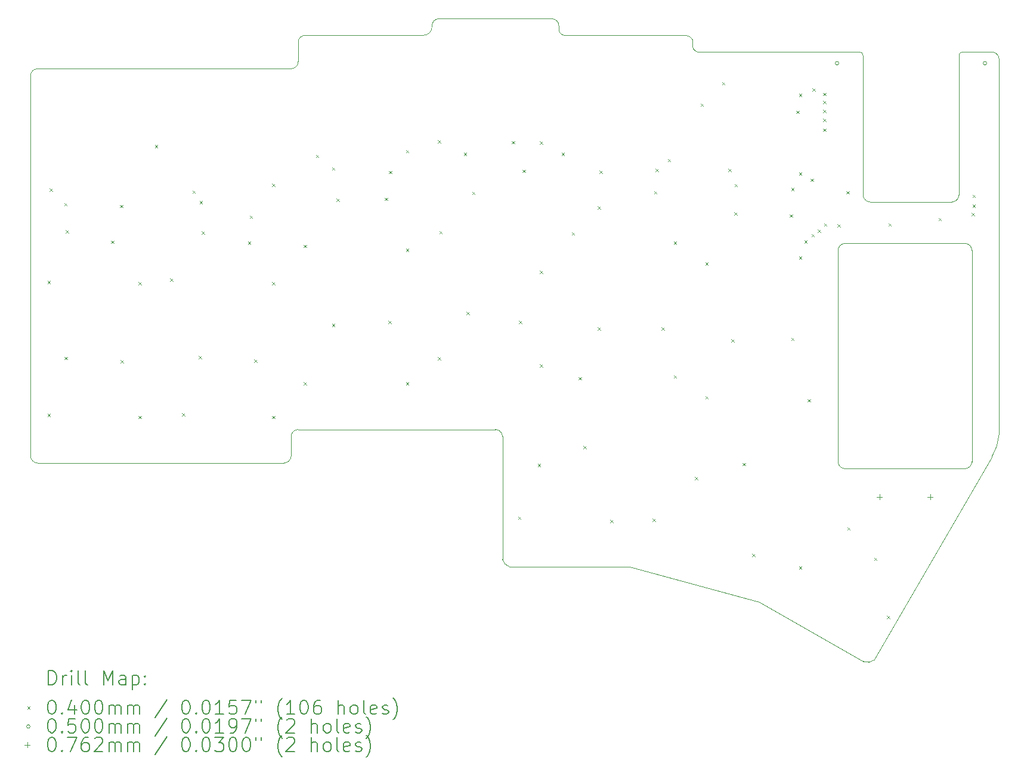
<source format=gbr>
%TF.GenerationSoftware,KiCad,Pcbnew,8.0.5*%
%TF.CreationDate,2024-10-09T02:00:27+03:00*%
%TF.ProjectId,1_3,315f332e-6b69-4636-9164-5f7063625858,rev?*%
%TF.SameCoordinates,Original*%
%TF.FileFunction,Drillmap*%
%TF.FilePolarity,Positive*%
%FSLAX45Y45*%
G04 Gerber Fmt 4.5, Leading zero omitted, Abs format (unit mm)*
G04 Created by KiCad (PCBNEW 8.0.5) date 2024-10-09 02:00:27*
%MOMM*%
%LPD*%
G01*
G04 APERTURE LIST*
%ADD10C,0.120000*%
%ADD11C,0.200000*%
%ADD12C,0.100000*%
G04 APERTURE END LIST*
D10*
X21196300Y-5561605D02*
X20780000Y-5561605D01*
X11350000Y-5424098D02*
G75*
G02*
X11450000Y-5324100I100000J-2D01*
G01*
X21196301Y-5561598D02*
G75*
G02*
X21300004Y-5661598I-1J-103772D01*
G01*
X11250000Y-11298385D02*
G75*
G02*
X11150000Y-11398390I-100000J-5D01*
G01*
X11150000Y-11398385D02*
X7650000Y-11399098D01*
X17050805Y-5561893D02*
G75*
G02*
X16949997Y-5490001I-10505J91893D01*
G01*
X17898000Y-13370097D02*
X16060000Y-12874097D01*
X14150000Y-10924099D02*
G75*
G02*
X14250001Y-11024099I0J-100001D01*
G01*
X13250000Y-5191125D02*
G75*
G02*
X13350000Y-5087875I100190J3015D01*
G01*
X21300000Y-5661598D02*
X21300000Y-10998200D01*
X15164850Y-5325889D02*
X16850000Y-5325889D01*
X19520000Y-14201651D02*
G75*
G02*
X19379998Y-14220004I-84530J101651D01*
G01*
X14250000Y-12770000D02*
X14250000Y-11024099D01*
X19380000Y-14220000D02*
X17898000Y-13370097D01*
X16850000Y-5325889D02*
G75*
G02*
X16950002Y-5389999I3620J-104401D01*
G01*
X11450000Y-5324098D02*
X13116350Y-5324748D01*
X17050805Y-5561893D02*
X19320000Y-5561605D01*
X7550000Y-5899098D02*
G75*
G02*
X7650000Y-5799100I100000J-2D01*
G01*
X21196300Y-11315700D02*
X19520000Y-14201651D01*
X11250000Y-11024090D02*
G75*
G02*
X11350000Y-10924090I100010J-10D01*
G01*
X15164850Y-5325889D02*
G75*
G02*
X15050003Y-5251187I-20070J94779D01*
G01*
X7550000Y-11299098D02*
X7550000Y-5899098D01*
X14350000Y-12874071D02*
G75*
G02*
X14249999Y-12770000I40130J138641D01*
G01*
X13350000Y-5087879D02*
X14950000Y-5088169D01*
X11350000Y-5699095D02*
G75*
G02*
X11250000Y-5799090I-99990J-5D01*
G01*
X16950000Y-5490000D02*
X16950000Y-5390000D01*
X11250000Y-11298385D02*
X11250000Y-11024090D01*
X14950000Y-5088169D02*
G75*
G02*
X15050001Y-5188336I-80J-100081D01*
G01*
X7650000Y-11399098D02*
G75*
G02*
X7550002Y-11299098I0J99998D01*
G01*
X7650000Y-5799098D02*
X11250000Y-5799098D01*
X16060000Y-12874097D02*
X14350000Y-12874071D01*
X13250000Y-5191125D02*
G75*
G02*
X13116350Y-5324748I-122925J-10699D01*
G01*
X15050000Y-5188336D02*
X15050000Y-5251188D01*
X14150000Y-10924099D02*
X11350000Y-10924099D01*
X11350000Y-5699095D02*
X11350000Y-5424098D01*
X21300000Y-10998200D02*
G75*
G02*
X21196299Y-11315699I-726000J61440D01*
G01*
X19014400Y-11380600D02*
X19014400Y-8380600D01*
X19114400Y-8280600D02*
X20814400Y-8280600D01*
X20814400Y-11480600D02*
X19114400Y-11480600D01*
X20914400Y-8380600D02*
X20914400Y-11380600D01*
X19014400Y-8380600D02*
G75*
G02*
X19114400Y-8280600I100005J-5D01*
G01*
X19114400Y-11480600D02*
G75*
G02*
X19014400Y-11380600I2J100002D01*
G01*
X20814400Y-8280600D02*
G75*
G02*
X20914400Y-8380600I0J-100000D01*
G01*
X20914400Y-11380600D02*
G75*
G02*
X20814400Y-11480600I-99995J-5D01*
G01*
X19370000Y-5611605D02*
X19370000Y-7591605D01*
X19470000Y-7691605D02*
X20630000Y-7691605D01*
X20730000Y-7591605D02*
X20730000Y-5611605D01*
X19320000Y-5561605D02*
G75*
G02*
X19370000Y-5611605I0J-50000D01*
G01*
X19470000Y-7691605D02*
G75*
G02*
X19370000Y-7591605I0J100000D01*
G01*
X20730000Y-5611605D02*
G75*
G02*
X20780000Y-5561605I50000J0D01*
G01*
X20730000Y-7591605D02*
G75*
G02*
X20630000Y-7691605I-100000J0D01*
G01*
D11*
D12*
X7790000Y-10700000D02*
X7830000Y-10740000D01*
X7830000Y-10700000D02*
X7790000Y-10740000D01*
X7790500Y-8810900D02*
X7830500Y-8850900D01*
X7830500Y-8810900D02*
X7790500Y-8850900D01*
X7820000Y-7500000D02*
X7860000Y-7540000D01*
X7860000Y-7500000D02*
X7820000Y-7540000D01*
X8027669Y-7707669D02*
X8067669Y-7747669D01*
X8067669Y-7707669D02*
X8027669Y-7747669D01*
X8031800Y-9890400D02*
X8071800Y-9930400D01*
X8071800Y-9890400D02*
X8031800Y-9930400D01*
X8050000Y-8090000D02*
X8090000Y-8130000D01*
X8090000Y-8090000D02*
X8050000Y-8130000D01*
X8692200Y-8239400D02*
X8732200Y-8279400D01*
X8732200Y-8239400D02*
X8692200Y-8279400D01*
X8819200Y-7731400D02*
X8859200Y-7771400D01*
X8859200Y-7731400D02*
X8819200Y-7771400D01*
X8830000Y-9940000D02*
X8870000Y-9980000D01*
X8870000Y-9940000D02*
X8830000Y-9980000D01*
X9080000Y-8829097D02*
X9120000Y-8869097D01*
X9120000Y-8829097D02*
X9080000Y-8869097D01*
X9080000Y-10729097D02*
X9120000Y-10769097D01*
X9120000Y-10729097D02*
X9080000Y-10769097D01*
X9314116Y-6880116D02*
X9354116Y-6920116D01*
X9354116Y-6880116D02*
X9314116Y-6920116D01*
X9530000Y-8780000D02*
X9570000Y-8820000D01*
X9570000Y-8780000D02*
X9530000Y-8820000D01*
X9700000Y-10690000D02*
X9740000Y-10730000D01*
X9740000Y-10690000D02*
X9700000Y-10730000D01*
X9847900Y-7528200D02*
X9887900Y-7568200D01*
X9887900Y-7528200D02*
X9847900Y-7568200D01*
X9936800Y-9877700D02*
X9976800Y-9917700D01*
X9976800Y-9877700D02*
X9936800Y-9917700D01*
X9950000Y-7680000D02*
X9990000Y-7720000D01*
X9990000Y-7680000D02*
X9950000Y-7720000D01*
X9980000Y-8110000D02*
X10020000Y-8150000D01*
X10020000Y-8110000D02*
X9980000Y-8150000D01*
X10635300Y-8252100D02*
X10675300Y-8292100D01*
X10675300Y-8252100D02*
X10635300Y-8292100D01*
X10660700Y-7883800D02*
X10700700Y-7923800D01*
X10700700Y-7883800D02*
X10660700Y-7923800D01*
X10724200Y-9928500D02*
X10764200Y-9968500D01*
X10764200Y-9928500D02*
X10724200Y-9968500D01*
X10980000Y-7429097D02*
X11020000Y-7469097D01*
X11020000Y-7429097D02*
X10980000Y-7469097D01*
X10980000Y-8829097D02*
X11020000Y-8869097D01*
X11020000Y-8829097D02*
X10980000Y-8869097D01*
X10980000Y-10729097D02*
X11020000Y-10769097D01*
X11020000Y-10729097D02*
X10980000Y-10769097D01*
X11430000Y-8300000D02*
X11470000Y-8340000D01*
X11470000Y-8300000D02*
X11430000Y-8340000D01*
X11430000Y-10250000D02*
X11470000Y-10290000D01*
X11470000Y-10250000D02*
X11430000Y-10290000D01*
X11600000Y-7020000D02*
X11640000Y-7060000D01*
X11640000Y-7020000D02*
X11600000Y-7060000D01*
X11830000Y-7200000D02*
X11870000Y-7240000D01*
X11870000Y-7200000D02*
X11830000Y-7240000D01*
X11830000Y-9420000D02*
X11870000Y-9460000D01*
X11870000Y-9420000D02*
X11830000Y-9460000D01*
X11892600Y-7645900D02*
X11932600Y-7685900D01*
X11932600Y-7645900D02*
X11892600Y-7685900D01*
X12580000Y-7630000D02*
X12620000Y-7670000D01*
X12620000Y-7630000D02*
X12580000Y-7670000D01*
X12630000Y-9380000D02*
X12670000Y-9420000D01*
X12670000Y-9380000D02*
X12630000Y-9420000D01*
X12640000Y-7250000D02*
X12680000Y-7290000D01*
X12680000Y-7250000D02*
X12640000Y-7290000D01*
X12880000Y-6954097D02*
X12920000Y-6994097D01*
X12920000Y-6954097D02*
X12880000Y-6994097D01*
X12880000Y-8354097D02*
X12920000Y-8394097D01*
X12920000Y-8354097D02*
X12880000Y-8394097D01*
X12880000Y-10254097D02*
X12920000Y-10294097D01*
X12920000Y-10254097D02*
X12880000Y-10294097D01*
X13330000Y-6816597D02*
X13370000Y-6856597D01*
X13370000Y-6816597D02*
X13330000Y-6856597D01*
X13330000Y-9895500D02*
X13370000Y-9935500D01*
X13370000Y-9895500D02*
X13330000Y-9935500D01*
X13353100Y-8104800D02*
X13393100Y-8144800D01*
X13393100Y-8104800D02*
X13353100Y-8144800D01*
X13700000Y-6990000D02*
X13740000Y-7030000D01*
X13740000Y-6990000D02*
X13700000Y-7030000D01*
X13740000Y-9250000D02*
X13780000Y-9290000D01*
X13780000Y-9250000D02*
X13740000Y-9290000D01*
X13820294Y-7546494D02*
X13860294Y-7586494D01*
X13860294Y-7546494D02*
X13820294Y-7586494D01*
X14381800Y-6825300D02*
X14421800Y-6865300D01*
X14421800Y-6825300D02*
X14381800Y-6865300D01*
X14470000Y-12160000D02*
X14510000Y-12200000D01*
X14510000Y-12160000D02*
X14470000Y-12200000D01*
X14483400Y-9378000D02*
X14523400Y-9418000D01*
X14523400Y-9378000D02*
X14483400Y-9418000D01*
X14534200Y-7231700D02*
X14574200Y-7271700D01*
X14574200Y-7231700D02*
X14534200Y-7271700D01*
X14750000Y-11410000D02*
X14790000Y-11450000D01*
X14790000Y-11410000D02*
X14750000Y-11450000D01*
X14780000Y-6830000D02*
X14820000Y-6870000D01*
X14820000Y-6830000D02*
X14780000Y-6870000D01*
X14780000Y-8666800D02*
X14820000Y-8706800D01*
X14820000Y-8666800D02*
X14780000Y-8706800D01*
X14780000Y-10000000D02*
X14820000Y-10040000D01*
X14820000Y-10000000D02*
X14780000Y-10040000D01*
X15090000Y-6990000D02*
X15130000Y-7030000D01*
X15130000Y-6990000D02*
X15090000Y-7030000D01*
X15232545Y-8122300D02*
X15272545Y-8162300D01*
X15272545Y-8122300D02*
X15232545Y-8162300D01*
X15330000Y-10180000D02*
X15370000Y-10220000D01*
X15370000Y-10180000D02*
X15330000Y-10220000D01*
X15397800Y-11156000D02*
X15437800Y-11196000D01*
X15437800Y-11156000D02*
X15397800Y-11196000D01*
X15600000Y-9470000D02*
X15640000Y-9510000D01*
X15640000Y-9470000D02*
X15600000Y-9510000D01*
X15601000Y-7752400D02*
X15641000Y-7792400D01*
X15641000Y-7752400D02*
X15601000Y-7792400D01*
X15626400Y-7244400D02*
X15666400Y-7284400D01*
X15666400Y-7244400D02*
X15626400Y-7284400D01*
X15780000Y-12204070D02*
X15820000Y-12244070D01*
X15820000Y-12204070D02*
X15780000Y-12244070D01*
X16380000Y-12190000D02*
X16420000Y-12230000D01*
X16420000Y-12190000D02*
X16380000Y-12230000D01*
X16401100Y-7536500D02*
X16441100Y-7576500D01*
X16441100Y-7536500D02*
X16401100Y-7576500D01*
X16422750Y-7222750D02*
X16462750Y-7262750D01*
X16462750Y-7222750D02*
X16422750Y-7262750D01*
X16506394Y-9470000D02*
X16546394Y-9510000D01*
X16546394Y-9470000D02*
X16506394Y-9510000D01*
X16595132Y-7079300D02*
X16635132Y-7119300D01*
X16635132Y-7079300D02*
X16595132Y-7119300D01*
X16680000Y-8254097D02*
X16720000Y-8294097D01*
X16720000Y-8254097D02*
X16680000Y-8294097D01*
X16680000Y-10154097D02*
X16720000Y-10194097D01*
X16720000Y-10154097D02*
X16680000Y-10194097D01*
X16980000Y-11600000D02*
X17020000Y-11640000D01*
X17020000Y-11600000D02*
X16980000Y-11640000D01*
X17061500Y-6291900D02*
X17101500Y-6331900D01*
X17101500Y-6291900D02*
X17061500Y-6331900D01*
X17130000Y-8550000D02*
X17170000Y-8590000D01*
X17170000Y-8550000D02*
X17130000Y-8590000D01*
X17130000Y-10450000D02*
X17170000Y-10490000D01*
X17170000Y-10450000D02*
X17130000Y-10490000D01*
X17366300Y-5987100D02*
X17406300Y-6027100D01*
X17406300Y-5987100D02*
X17366300Y-6027100D01*
X17455200Y-7219000D02*
X17495200Y-7259000D01*
X17495200Y-7219000D02*
X17455200Y-7259000D01*
X17500000Y-9640000D02*
X17540000Y-9680000D01*
X17540000Y-9640000D02*
X17500000Y-9680000D01*
X17540000Y-7840000D02*
X17580000Y-7880000D01*
X17580000Y-7840000D02*
X17540000Y-7880000D01*
X17544100Y-7434900D02*
X17584100Y-7474900D01*
X17584100Y-7434900D02*
X17544100Y-7474900D01*
X17660550Y-11399450D02*
X17700550Y-11439450D01*
X17700550Y-11399450D02*
X17660550Y-11439450D01*
X17797216Y-12691597D02*
X17837216Y-12731597D01*
X17837216Y-12691597D02*
X17797216Y-12731597D01*
X18329186Y-7866700D02*
X18369186Y-7906700D01*
X18369186Y-7866700D02*
X18329186Y-7906700D01*
X18350000Y-7490000D02*
X18390000Y-7530000D01*
X18390000Y-7490000D02*
X18350000Y-7530000D01*
X18350000Y-9620000D02*
X18390000Y-9660000D01*
X18390000Y-9620000D02*
X18350000Y-9660000D01*
X18420400Y-6393500D02*
X18460400Y-6433500D01*
X18460400Y-6393500D02*
X18420400Y-6433500D01*
X18458500Y-6152200D02*
X18498500Y-6192200D01*
X18498500Y-6152200D02*
X18458500Y-6192200D01*
X18458500Y-7269800D02*
X18498500Y-7309800D01*
X18498500Y-7269800D02*
X18458500Y-7309800D01*
X18458500Y-8463600D02*
X18498500Y-8503600D01*
X18498500Y-8463600D02*
X18458500Y-8503600D01*
X18460000Y-12870000D02*
X18500000Y-12910000D01*
X18500000Y-12870000D02*
X18460000Y-12910000D01*
X18534700Y-8235000D02*
X18574700Y-8275000D01*
X18574700Y-8235000D02*
X18534700Y-8275000D01*
X18580000Y-10491597D02*
X18620000Y-10531597D01*
X18620000Y-10491597D02*
X18580000Y-10531597D01*
X18623600Y-7358700D02*
X18663600Y-7398700D01*
X18663600Y-7358700D02*
X18623600Y-7398700D01*
X18636300Y-8146100D02*
X18676300Y-8186100D01*
X18676300Y-8146100D02*
X18636300Y-8186100D01*
X18649000Y-6076000D02*
X18689000Y-6116000D01*
X18689000Y-6076000D02*
X18649000Y-6116000D01*
X18725200Y-8082600D02*
X18765200Y-8122600D01*
X18765200Y-8082600D02*
X18725200Y-8122600D01*
X18801400Y-6139500D02*
X18841400Y-6179500D01*
X18841400Y-6139500D02*
X18801400Y-6179500D01*
X18801400Y-6253800D02*
X18841400Y-6293800D01*
X18841400Y-6253800D02*
X18801400Y-6293800D01*
X18801400Y-6380800D02*
X18841400Y-6420800D01*
X18841400Y-6380800D02*
X18801400Y-6420800D01*
X18801400Y-6510405D02*
X18841400Y-6550405D01*
X18841400Y-6510405D02*
X18801400Y-6550405D01*
X18801400Y-6647500D02*
X18841400Y-6687500D01*
X18841400Y-6647500D02*
X18801400Y-6687500D01*
X18814100Y-7993700D02*
X18854100Y-8033700D01*
X18854100Y-7993700D02*
X18814100Y-8033700D01*
X19004600Y-8006400D02*
X19044600Y-8046400D01*
X19044600Y-8006400D02*
X19004600Y-8046400D01*
X19131600Y-7536500D02*
X19171600Y-7576500D01*
X19171600Y-7536500D02*
X19131600Y-7576500D01*
X19144300Y-12311700D02*
X19184300Y-12351700D01*
X19184300Y-12311700D02*
X19144300Y-12351700D01*
X19525300Y-12743500D02*
X19565300Y-12783500D01*
X19565300Y-12743500D02*
X19525300Y-12783500D01*
X19710000Y-13570000D02*
X19750000Y-13610000D01*
X19750000Y-13570000D02*
X19710000Y-13610000D01*
X19728500Y-7993700D02*
X19768500Y-8033700D01*
X19768500Y-7993700D02*
X19728500Y-8033700D01*
X20439700Y-7917500D02*
X20479700Y-7957500D01*
X20479700Y-7917500D02*
X20439700Y-7957500D01*
X20909600Y-7847000D02*
X20949600Y-7887000D01*
X20949600Y-7847000D02*
X20909600Y-7887000D01*
X20922300Y-7587300D02*
X20962300Y-7627300D01*
X20962300Y-7587300D02*
X20922300Y-7627300D01*
X20922300Y-7727000D02*
X20962300Y-7767000D01*
X20962300Y-7727000D02*
X20922300Y-7767000D01*
X19025000Y-5721605D02*
G75*
G02*
X18975000Y-5721605I-25000J0D01*
G01*
X18975000Y-5721605D02*
G75*
G02*
X19025000Y-5721605I25000J0D01*
G01*
X21125000Y-5721605D02*
G75*
G02*
X21075000Y-5721605I-25000J0D01*
G01*
X21075000Y-5721605D02*
G75*
G02*
X21125000Y-5721605I25000J0D01*
G01*
X19604400Y-11842500D02*
X19604400Y-11918700D01*
X19566300Y-11880600D02*
X19642500Y-11880600D01*
X20324400Y-11842500D02*
X20324400Y-11918700D01*
X20286300Y-11880600D02*
X20362500Y-11880600D01*
D11*
X7804777Y-14549689D02*
X7804777Y-14349689D01*
X7804777Y-14349689D02*
X7852396Y-14349689D01*
X7852396Y-14349689D02*
X7880967Y-14359213D01*
X7880967Y-14359213D02*
X7900015Y-14378260D01*
X7900015Y-14378260D02*
X7909539Y-14397308D01*
X7909539Y-14397308D02*
X7919062Y-14435403D01*
X7919062Y-14435403D02*
X7919062Y-14463975D01*
X7919062Y-14463975D02*
X7909539Y-14502070D01*
X7909539Y-14502070D02*
X7900015Y-14521117D01*
X7900015Y-14521117D02*
X7880967Y-14540165D01*
X7880967Y-14540165D02*
X7852396Y-14549689D01*
X7852396Y-14549689D02*
X7804777Y-14549689D01*
X8004777Y-14549689D02*
X8004777Y-14416356D01*
X8004777Y-14454451D02*
X8014301Y-14435403D01*
X8014301Y-14435403D02*
X8023824Y-14425879D01*
X8023824Y-14425879D02*
X8042872Y-14416356D01*
X8042872Y-14416356D02*
X8061920Y-14416356D01*
X8128586Y-14549689D02*
X8128586Y-14416356D01*
X8128586Y-14349689D02*
X8119062Y-14359213D01*
X8119062Y-14359213D02*
X8128586Y-14368737D01*
X8128586Y-14368737D02*
X8138110Y-14359213D01*
X8138110Y-14359213D02*
X8128586Y-14349689D01*
X8128586Y-14349689D02*
X8128586Y-14368737D01*
X8252396Y-14549689D02*
X8233348Y-14540165D01*
X8233348Y-14540165D02*
X8223824Y-14521117D01*
X8223824Y-14521117D02*
X8223824Y-14349689D01*
X8357158Y-14549689D02*
X8338110Y-14540165D01*
X8338110Y-14540165D02*
X8328586Y-14521117D01*
X8328586Y-14521117D02*
X8328586Y-14349689D01*
X8585729Y-14549689D02*
X8585729Y-14349689D01*
X8585729Y-14349689D02*
X8652396Y-14492546D01*
X8652396Y-14492546D02*
X8719063Y-14349689D01*
X8719063Y-14349689D02*
X8719063Y-14549689D01*
X8900015Y-14549689D02*
X8900015Y-14444927D01*
X8900015Y-14444927D02*
X8890491Y-14425879D01*
X8890491Y-14425879D02*
X8871444Y-14416356D01*
X8871444Y-14416356D02*
X8833348Y-14416356D01*
X8833348Y-14416356D02*
X8814301Y-14425879D01*
X8900015Y-14540165D02*
X8880967Y-14549689D01*
X8880967Y-14549689D02*
X8833348Y-14549689D01*
X8833348Y-14549689D02*
X8814301Y-14540165D01*
X8814301Y-14540165D02*
X8804777Y-14521117D01*
X8804777Y-14521117D02*
X8804777Y-14502070D01*
X8804777Y-14502070D02*
X8814301Y-14483022D01*
X8814301Y-14483022D02*
X8833348Y-14473498D01*
X8833348Y-14473498D02*
X8880967Y-14473498D01*
X8880967Y-14473498D02*
X8900015Y-14463975D01*
X8995253Y-14416356D02*
X8995253Y-14616356D01*
X8995253Y-14425879D02*
X9014301Y-14416356D01*
X9014301Y-14416356D02*
X9052396Y-14416356D01*
X9052396Y-14416356D02*
X9071444Y-14425879D01*
X9071444Y-14425879D02*
X9080967Y-14435403D01*
X9080967Y-14435403D02*
X9090491Y-14454451D01*
X9090491Y-14454451D02*
X9090491Y-14511594D01*
X9090491Y-14511594D02*
X9080967Y-14530641D01*
X9080967Y-14530641D02*
X9071444Y-14540165D01*
X9071444Y-14540165D02*
X9052396Y-14549689D01*
X9052396Y-14549689D02*
X9014301Y-14549689D01*
X9014301Y-14549689D02*
X8995253Y-14540165D01*
X9176205Y-14530641D02*
X9185729Y-14540165D01*
X9185729Y-14540165D02*
X9176205Y-14549689D01*
X9176205Y-14549689D02*
X9166682Y-14540165D01*
X9166682Y-14540165D02*
X9176205Y-14530641D01*
X9176205Y-14530641D02*
X9176205Y-14549689D01*
X9176205Y-14425879D02*
X9185729Y-14435403D01*
X9185729Y-14435403D02*
X9176205Y-14444927D01*
X9176205Y-14444927D02*
X9166682Y-14435403D01*
X9166682Y-14435403D02*
X9176205Y-14425879D01*
X9176205Y-14425879D02*
X9176205Y-14444927D01*
D12*
X7504000Y-14858205D02*
X7544000Y-14898205D01*
X7544000Y-14858205D02*
X7504000Y-14898205D01*
D11*
X7842872Y-14769689D02*
X7861920Y-14769689D01*
X7861920Y-14769689D02*
X7880967Y-14779213D01*
X7880967Y-14779213D02*
X7890491Y-14788737D01*
X7890491Y-14788737D02*
X7900015Y-14807784D01*
X7900015Y-14807784D02*
X7909539Y-14845879D01*
X7909539Y-14845879D02*
X7909539Y-14893498D01*
X7909539Y-14893498D02*
X7900015Y-14931594D01*
X7900015Y-14931594D02*
X7890491Y-14950641D01*
X7890491Y-14950641D02*
X7880967Y-14960165D01*
X7880967Y-14960165D02*
X7861920Y-14969689D01*
X7861920Y-14969689D02*
X7842872Y-14969689D01*
X7842872Y-14969689D02*
X7823824Y-14960165D01*
X7823824Y-14960165D02*
X7814301Y-14950641D01*
X7814301Y-14950641D02*
X7804777Y-14931594D01*
X7804777Y-14931594D02*
X7795253Y-14893498D01*
X7795253Y-14893498D02*
X7795253Y-14845879D01*
X7795253Y-14845879D02*
X7804777Y-14807784D01*
X7804777Y-14807784D02*
X7814301Y-14788737D01*
X7814301Y-14788737D02*
X7823824Y-14779213D01*
X7823824Y-14779213D02*
X7842872Y-14769689D01*
X7995253Y-14950641D02*
X8004777Y-14960165D01*
X8004777Y-14960165D02*
X7995253Y-14969689D01*
X7995253Y-14969689D02*
X7985729Y-14960165D01*
X7985729Y-14960165D02*
X7995253Y-14950641D01*
X7995253Y-14950641D02*
X7995253Y-14969689D01*
X8176205Y-14836356D02*
X8176205Y-14969689D01*
X8128586Y-14760165D02*
X8080967Y-14903022D01*
X8080967Y-14903022D02*
X8204777Y-14903022D01*
X8319062Y-14769689D02*
X8338110Y-14769689D01*
X8338110Y-14769689D02*
X8357158Y-14779213D01*
X8357158Y-14779213D02*
X8366682Y-14788737D01*
X8366682Y-14788737D02*
X8376205Y-14807784D01*
X8376205Y-14807784D02*
X8385729Y-14845879D01*
X8385729Y-14845879D02*
X8385729Y-14893498D01*
X8385729Y-14893498D02*
X8376205Y-14931594D01*
X8376205Y-14931594D02*
X8366682Y-14950641D01*
X8366682Y-14950641D02*
X8357158Y-14960165D01*
X8357158Y-14960165D02*
X8338110Y-14969689D01*
X8338110Y-14969689D02*
X8319062Y-14969689D01*
X8319062Y-14969689D02*
X8300015Y-14960165D01*
X8300015Y-14960165D02*
X8290491Y-14950641D01*
X8290491Y-14950641D02*
X8280967Y-14931594D01*
X8280967Y-14931594D02*
X8271443Y-14893498D01*
X8271443Y-14893498D02*
X8271443Y-14845879D01*
X8271443Y-14845879D02*
X8280967Y-14807784D01*
X8280967Y-14807784D02*
X8290491Y-14788737D01*
X8290491Y-14788737D02*
X8300015Y-14779213D01*
X8300015Y-14779213D02*
X8319062Y-14769689D01*
X8509539Y-14769689D02*
X8528586Y-14769689D01*
X8528586Y-14769689D02*
X8547634Y-14779213D01*
X8547634Y-14779213D02*
X8557158Y-14788737D01*
X8557158Y-14788737D02*
X8566682Y-14807784D01*
X8566682Y-14807784D02*
X8576205Y-14845879D01*
X8576205Y-14845879D02*
X8576205Y-14893498D01*
X8576205Y-14893498D02*
X8566682Y-14931594D01*
X8566682Y-14931594D02*
X8557158Y-14950641D01*
X8557158Y-14950641D02*
X8547634Y-14960165D01*
X8547634Y-14960165D02*
X8528586Y-14969689D01*
X8528586Y-14969689D02*
X8509539Y-14969689D01*
X8509539Y-14969689D02*
X8490491Y-14960165D01*
X8490491Y-14960165D02*
X8480967Y-14950641D01*
X8480967Y-14950641D02*
X8471444Y-14931594D01*
X8471444Y-14931594D02*
X8461920Y-14893498D01*
X8461920Y-14893498D02*
X8461920Y-14845879D01*
X8461920Y-14845879D02*
X8471444Y-14807784D01*
X8471444Y-14807784D02*
X8480967Y-14788737D01*
X8480967Y-14788737D02*
X8490491Y-14779213D01*
X8490491Y-14779213D02*
X8509539Y-14769689D01*
X8661920Y-14969689D02*
X8661920Y-14836356D01*
X8661920Y-14855403D02*
X8671444Y-14845879D01*
X8671444Y-14845879D02*
X8690491Y-14836356D01*
X8690491Y-14836356D02*
X8719063Y-14836356D01*
X8719063Y-14836356D02*
X8738110Y-14845879D01*
X8738110Y-14845879D02*
X8747634Y-14864927D01*
X8747634Y-14864927D02*
X8747634Y-14969689D01*
X8747634Y-14864927D02*
X8757158Y-14845879D01*
X8757158Y-14845879D02*
X8776205Y-14836356D01*
X8776205Y-14836356D02*
X8804777Y-14836356D01*
X8804777Y-14836356D02*
X8823825Y-14845879D01*
X8823825Y-14845879D02*
X8833348Y-14864927D01*
X8833348Y-14864927D02*
X8833348Y-14969689D01*
X8928586Y-14969689D02*
X8928586Y-14836356D01*
X8928586Y-14855403D02*
X8938110Y-14845879D01*
X8938110Y-14845879D02*
X8957158Y-14836356D01*
X8957158Y-14836356D02*
X8985729Y-14836356D01*
X8985729Y-14836356D02*
X9004777Y-14845879D01*
X9004777Y-14845879D02*
X9014301Y-14864927D01*
X9014301Y-14864927D02*
X9014301Y-14969689D01*
X9014301Y-14864927D02*
X9023825Y-14845879D01*
X9023825Y-14845879D02*
X9042872Y-14836356D01*
X9042872Y-14836356D02*
X9071444Y-14836356D01*
X9071444Y-14836356D02*
X9090491Y-14845879D01*
X9090491Y-14845879D02*
X9100015Y-14864927D01*
X9100015Y-14864927D02*
X9100015Y-14969689D01*
X9490491Y-14760165D02*
X9319063Y-15017308D01*
X9747634Y-14769689D02*
X9766682Y-14769689D01*
X9766682Y-14769689D02*
X9785729Y-14779213D01*
X9785729Y-14779213D02*
X9795253Y-14788737D01*
X9795253Y-14788737D02*
X9804777Y-14807784D01*
X9804777Y-14807784D02*
X9814301Y-14845879D01*
X9814301Y-14845879D02*
X9814301Y-14893498D01*
X9814301Y-14893498D02*
X9804777Y-14931594D01*
X9804777Y-14931594D02*
X9795253Y-14950641D01*
X9795253Y-14950641D02*
X9785729Y-14960165D01*
X9785729Y-14960165D02*
X9766682Y-14969689D01*
X9766682Y-14969689D02*
X9747634Y-14969689D01*
X9747634Y-14969689D02*
X9728587Y-14960165D01*
X9728587Y-14960165D02*
X9719063Y-14950641D01*
X9719063Y-14950641D02*
X9709539Y-14931594D01*
X9709539Y-14931594D02*
X9700015Y-14893498D01*
X9700015Y-14893498D02*
X9700015Y-14845879D01*
X9700015Y-14845879D02*
X9709539Y-14807784D01*
X9709539Y-14807784D02*
X9719063Y-14788737D01*
X9719063Y-14788737D02*
X9728587Y-14779213D01*
X9728587Y-14779213D02*
X9747634Y-14769689D01*
X9900015Y-14950641D02*
X9909539Y-14960165D01*
X9909539Y-14960165D02*
X9900015Y-14969689D01*
X9900015Y-14969689D02*
X9890491Y-14960165D01*
X9890491Y-14960165D02*
X9900015Y-14950641D01*
X9900015Y-14950641D02*
X9900015Y-14969689D01*
X10033348Y-14769689D02*
X10052396Y-14769689D01*
X10052396Y-14769689D02*
X10071444Y-14779213D01*
X10071444Y-14779213D02*
X10080968Y-14788737D01*
X10080968Y-14788737D02*
X10090491Y-14807784D01*
X10090491Y-14807784D02*
X10100015Y-14845879D01*
X10100015Y-14845879D02*
X10100015Y-14893498D01*
X10100015Y-14893498D02*
X10090491Y-14931594D01*
X10090491Y-14931594D02*
X10080968Y-14950641D01*
X10080968Y-14950641D02*
X10071444Y-14960165D01*
X10071444Y-14960165D02*
X10052396Y-14969689D01*
X10052396Y-14969689D02*
X10033348Y-14969689D01*
X10033348Y-14969689D02*
X10014301Y-14960165D01*
X10014301Y-14960165D02*
X10004777Y-14950641D01*
X10004777Y-14950641D02*
X9995253Y-14931594D01*
X9995253Y-14931594D02*
X9985729Y-14893498D01*
X9985729Y-14893498D02*
X9985729Y-14845879D01*
X9985729Y-14845879D02*
X9995253Y-14807784D01*
X9995253Y-14807784D02*
X10004777Y-14788737D01*
X10004777Y-14788737D02*
X10014301Y-14779213D01*
X10014301Y-14779213D02*
X10033348Y-14769689D01*
X10290491Y-14969689D02*
X10176206Y-14969689D01*
X10233348Y-14969689D02*
X10233348Y-14769689D01*
X10233348Y-14769689D02*
X10214301Y-14798260D01*
X10214301Y-14798260D02*
X10195253Y-14817308D01*
X10195253Y-14817308D02*
X10176206Y-14826832D01*
X10471444Y-14769689D02*
X10376206Y-14769689D01*
X10376206Y-14769689D02*
X10366682Y-14864927D01*
X10366682Y-14864927D02*
X10376206Y-14855403D01*
X10376206Y-14855403D02*
X10395253Y-14845879D01*
X10395253Y-14845879D02*
X10442872Y-14845879D01*
X10442872Y-14845879D02*
X10461920Y-14855403D01*
X10461920Y-14855403D02*
X10471444Y-14864927D01*
X10471444Y-14864927D02*
X10480968Y-14883975D01*
X10480968Y-14883975D02*
X10480968Y-14931594D01*
X10480968Y-14931594D02*
X10471444Y-14950641D01*
X10471444Y-14950641D02*
X10461920Y-14960165D01*
X10461920Y-14960165D02*
X10442872Y-14969689D01*
X10442872Y-14969689D02*
X10395253Y-14969689D01*
X10395253Y-14969689D02*
X10376206Y-14960165D01*
X10376206Y-14960165D02*
X10366682Y-14950641D01*
X10547634Y-14769689D02*
X10680968Y-14769689D01*
X10680968Y-14769689D02*
X10595253Y-14969689D01*
X10747634Y-14769689D02*
X10747634Y-14807784D01*
X10823825Y-14769689D02*
X10823825Y-14807784D01*
X11119063Y-15045879D02*
X11109539Y-15036356D01*
X11109539Y-15036356D02*
X11090491Y-15007784D01*
X11090491Y-15007784D02*
X11080968Y-14988737D01*
X11080968Y-14988737D02*
X11071444Y-14960165D01*
X11071444Y-14960165D02*
X11061920Y-14912546D01*
X11061920Y-14912546D02*
X11061920Y-14874451D01*
X11061920Y-14874451D02*
X11071444Y-14826832D01*
X11071444Y-14826832D02*
X11080968Y-14798260D01*
X11080968Y-14798260D02*
X11090491Y-14779213D01*
X11090491Y-14779213D02*
X11109539Y-14750641D01*
X11109539Y-14750641D02*
X11119063Y-14741117D01*
X11300015Y-14969689D02*
X11185729Y-14969689D01*
X11242872Y-14969689D02*
X11242872Y-14769689D01*
X11242872Y-14769689D02*
X11223825Y-14798260D01*
X11223825Y-14798260D02*
X11204777Y-14817308D01*
X11204777Y-14817308D02*
X11185729Y-14826832D01*
X11423825Y-14769689D02*
X11442872Y-14769689D01*
X11442872Y-14769689D02*
X11461920Y-14779213D01*
X11461920Y-14779213D02*
X11471444Y-14788737D01*
X11471444Y-14788737D02*
X11480968Y-14807784D01*
X11480968Y-14807784D02*
X11490491Y-14845879D01*
X11490491Y-14845879D02*
X11490491Y-14893498D01*
X11490491Y-14893498D02*
X11480968Y-14931594D01*
X11480968Y-14931594D02*
X11471444Y-14950641D01*
X11471444Y-14950641D02*
X11461920Y-14960165D01*
X11461920Y-14960165D02*
X11442872Y-14969689D01*
X11442872Y-14969689D02*
X11423825Y-14969689D01*
X11423825Y-14969689D02*
X11404777Y-14960165D01*
X11404777Y-14960165D02*
X11395253Y-14950641D01*
X11395253Y-14950641D02*
X11385729Y-14931594D01*
X11385729Y-14931594D02*
X11376206Y-14893498D01*
X11376206Y-14893498D02*
X11376206Y-14845879D01*
X11376206Y-14845879D02*
X11385729Y-14807784D01*
X11385729Y-14807784D02*
X11395253Y-14788737D01*
X11395253Y-14788737D02*
X11404777Y-14779213D01*
X11404777Y-14779213D02*
X11423825Y-14769689D01*
X11661920Y-14769689D02*
X11623825Y-14769689D01*
X11623825Y-14769689D02*
X11604777Y-14779213D01*
X11604777Y-14779213D02*
X11595253Y-14788737D01*
X11595253Y-14788737D02*
X11576206Y-14817308D01*
X11576206Y-14817308D02*
X11566682Y-14855403D01*
X11566682Y-14855403D02*
X11566682Y-14931594D01*
X11566682Y-14931594D02*
X11576206Y-14950641D01*
X11576206Y-14950641D02*
X11585729Y-14960165D01*
X11585729Y-14960165D02*
X11604777Y-14969689D01*
X11604777Y-14969689D02*
X11642872Y-14969689D01*
X11642872Y-14969689D02*
X11661920Y-14960165D01*
X11661920Y-14960165D02*
X11671444Y-14950641D01*
X11671444Y-14950641D02*
X11680968Y-14931594D01*
X11680968Y-14931594D02*
X11680968Y-14883975D01*
X11680968Y-14883975D02*
X11671444Y-14864927D01*
X11671444Y-14864927D02*
X11661920Y-14855403D01*
X11661920Y-14855403D02*
X11642872Y-14845879D01*
X11642872Y-14845879D02*
X11604777Y-14845879D01*
X11604777Y-14845879D02*
X11585729Y-14855403D01*
X11585729Y-14855403D02*
X11576206Y-14864927D01*
X11576206Y-14864927D02*
X11566682Y-14883975D01*
X11919063Y-14969689D02*
X11919063Y-14769689D01*
X12004777Y-14969689D02*
X12004777Y-14864927D01*
X12004777Y-14864927D02*
X11995253Y-14845879D01*
X11995253Y-14845879D02*
X11976206Y-14836356D01*
X11976206Y-14836356D02*
X11947634Y-14836356D01*
X11947634Y-14836356D02*
X11928587Y-14845879D01*
X11928587Y-14845879D02*
X11919063Y-14855403D01*
X12128587Y-14969689D02*
X12109539Y-14960165D01*
X12109539Y-14960165D02*
X12100015Y-14950641D01*
X12100015Y-14950641D02*
X12090491Y-14931594D01*
X12090491Y-14931594D02*
X12090491Y-14874451D01*
X12090491Y-14874451D02*
X12100015Y-14855403D01*
X12100015Y-14855403D02*
X12109539Y-14845879D01*
X12109539Y-14845879D02*
X12128587Y-14836356D01*
X12128587Y-14836356D02*
X12157158Y-14836356D01*
X12157158Y-14836356D02*
X12176206Y-14845879D01*
X12176206Y-14845879D02*
X12185730Y-14855403D01*
X12185730Y-14855403D02*
X12195253Y-14874451D01*
X12195253Y-14874451D02*
X12195253Y-14931594D01*
X12195253Y-14931594D02*
X12185730Y-14950641D01*
X12185730Y-14950641D02*
X12176206Y-14960165D01*
X12176206Y-14960165D02*
X12157158Y-14969689D01*
X12157158Y-14969689D02*
X12128587Y-14969689D01*
X12309539Y-14969689D02*
X12290491Y-14960165D01*
X12290491Y-14960165D02*
X12280968Y-14941117D01*
X12280968Y-14941117D02*
X12280968Y-14769689D01*
X12461920Y-14960165D02*
X12442872Y-14969689D01*
X12442872Y-14969689D02*
X12404777Y-14969689D01*
X12404777Y-14969689D02*
X12385730Y-14960165D01*
X12385730Y-14960165D02*
X12376206Y-14941117D01*
X12376206Y-14941117D02*
X12376206Y-14864927D01*
X12376206Y-14864927D02*
X12385730Y-14845879D01*
X12385730Y-14845879D02*
X12404777Y-14836356D01*
X12404777Y-14836356D02*
X12442872Y-14836356D01*
X12442872Y-14836356D02*
X12461920Y-14845879D01*
X12461920Y-14845879D02*
X12471444Y-14864927D01*
X12471444Y-14864927D02*
X12471444Y-14883975D01*
X12471444Y-14883975D02*
X12376206Y-14903022D01*
X12547634Y-14960165D02*
X12566682Y-14969689D01*
X12566682Y-14969689D02*
X12604777Y-14969689D01*
X12604777Y-14969689D02*
X12623825Y-14960165D01*
X12623825Y-14960165D02*
X12633349Y-14941117D01*
X12633349Y-14941117D02*
X12633349Y-14931594D01*
X12633349Y-14931594D02*
X12623825Y-14912546D01*
X12623825Y-14912546D02*
X12604777Y-14903022D01*
X12604777Y-14903022D02*
X12576206Y-14903022D01*
X12576206Y-14903022D02*
X12557158Y-14893498D01*
X12557158Y-14893498D02*
X12547634Y-14874451D01*
X12547634Y-14874451D02*
X12547634Y-14864927D01*
X12547634Y-14864927D02*
X12557158Y-14845879D01*
X12557158Y-14845879D02*
X12576206Y-14836356D01*
X12576206Y-14836356D02*
X12604777Y-14836356D01*
X12604777Y-14836356D02*
X12623825Y-14845879D01*
X12700015Y-15045879D02*
X12709539Y-15036356D01*
X12709539Y-15036356D02*
X12728587Y-15007784D01*
X12728587Y-15007784D02*
X12738111Y-14988737D01*
X12738111Y-14988737D02*
X12747634Y-14960165D01*
X12747634Y-14960165D02*
X12757158Y-14912546D01*
X12757158Y-14912546D02*
X12757158Y-14874451D01*
X12757158Y-14874451D02*
X12747634Y-14826832D01*
X12747634Y-14826832D02*
X12738111Y-14798260D01*
X12738111Y-14798260D02*
X12728587Y-14779213D01*
X12728587Y-14779213D02*
X12709539Y-14750641D01*
X12709539Y-14750641D02*
X12700015Y-14741117D01*
D12*
X7544000Y-15142205D02*
G75*
G02*
X7494000Y-15142205I-25000J0D01*
G01*
X7494000Y-15142205D02*
G75*
G02*
X7544000Y-15142205I25000J0D01*
G01*
D11*
X7842872Y-15033689D02*
X7861920Y-15033689D01*
X7861920Y-15033689D02*
X7880967Y-15043213D01*
X7880967Y-15043213D02*
X7890491Y-15052737D01*
X7890491Y-15052737D02*
X7900015Y-15071784D01*
X7900015Y-15071784D02*
X7909539Y-15109879D01*
X7909539Y-15109879D02*
X7909539Y-15157498D01*
X7909539Y-15157498D02*
X7900015Y-15195594D01*
X7900015Y-15195594D02*
X7890491Y-15214641D01*
X7890491Y-15214641D02*
X7880967Y-15224165D01*
X7880967Y-15224165D02*
X7861920Y-15233689D01*
X7861920Y-15233689D02*
X7842872Y-15233689D01*
X7842872Y-15233689D02*
X7823824Y-15224165D01*
X7823824Y-15224165D02*
X7814301Y-15214641D01*
X7814301Y-15214641D02*
X7804777Y-15195594D01*
X7804777Y-15195594D02*
X7795253Y-15157498D01*
X7795253Y-15157498D02*
X7795253Y-15109879D01*
X7795253Y-15109879D02*
X7804777Y-15071784D01*
X7804777Y-15071784D02*
X7814301Y-15052737D01*
X7814301Y-15052737D02*
X7823824Y-15043213D01*
X7823824Y-15043213D02*
X7842872Y-15033689D01*
X7995253Y-15214641D02*
X8004777Y-15224165D01*
X8004777Y-15224165D02*
X7995253Y-15233689D01*
X7995253Y-15233689D02*
X7985729Y-15224165D01*
X7985729Y-15224165D02*
X7995253Y-15214641D01*
X7995253Y-15214641D02*
X7995253Y-15233689D01*
X8185729Y-15033689D02*
X8090491Y-15033689D01*
X8090491Y-15033689D02*
X8080967Y-15128927D01*
X8080967Y-15128927D02*
X8090491Y-15119403D01*
X8090491Y-15119403D02*
X8109539Y-15109879D01*
X8109539Y-15109879D02*
X8157158Y-15109879D01*
X8157158Y-15109879D02*
X8176205Y-15119403D01*
X8176205Y-15119403D02*
X8185729Y-15128927D01*
X8185729Y-15128927D02*
X8195253Y-15147975D01*
X8195253Y-15147975D02*
X8195253Y-15195594D01*
X8195253Y-15195594D02*
X8185729Y-15214641D01*
X8185729Y-15214641D02*
X8176205Y-15224165D01*
X8176205Y-15224165D02*
X8157158Y-15233689D01*
X8157158Y-15233689D02*
X8109539Y-15233689D01*
X8109539Y-15233689D02*
X8090491Y-15224165D01*
X8090491Y-15224165D02*
X8080967Y-15214641D01*
X8319062Y-15033689D02*
X8338110Y-15033689D01*
X8338110Y-15033689D02*
X8357158Y-15043213D01*
X8357158Y-15043213D02*
X8366682Y-15052737D01*
X8366682Y-15052737D02*
X8376205Y-15071784D01*
X8376205Y-15071784D02*
X8385729Y-15109879D01*
X8385729Y-15109879D02*
X8385729Y-15157498D01*
X8385729Y-15157498D02*
X8376205Y-15195594D01*
X8376205Y-15195594D02*
X8366682Y-15214641D01*
X8366682Y-15214641D02*
X8357158Y-15224165D01*
X8357158Y-15224165D02*
X8338110Y-15233689D01*
X8338110Y-15233689D02*
X8319062Y-15233689D01*
X8319062Y-15233689D02*
X8300015Y-15224165D01*
X8300015Y-15224165D02*
X8290491Y-15214641D01*
X8290491Y-15214641D02*
X8280967Y-15195594D01*
X8280967Y-15195594D02*
X8271443Y-15157498D01*
X8271443Y-15157498D02*
X8271443Y-15109879D01*
X8271443Y-15109879D02*
X8280967Y-15071784D01*
X8280967Y-15071784D02*
X8290491Y-15052737D01*
X8290491Y-15052737D02*
X8300015Y-15043213D01*
X8300015Y-15043213D02*
X8319062Y-15033689D01*
X8509539Y-15033689D02*
X8528586Y-15033689D01*
X8528586Y-15033689D02*
X8547634Y-15043213D01*
X8547634Y-15043213D02*
X8557158Y-15052737D01*
X8557158Y-15052737D02*
X8566682Y-15071784D01*
X8566682Y-15071784D02*
X8576205Y-15109879D01*
X8576205Y-15109879D02*
X8576205Y-15157498D01*
X8576205Y-15157498D02*
X8566682Y-15195594D01*
X8566682Y-15195594D02*
X8557158Y-15214641D01*
X8557158Y-15214641D02*
X8547634Y-15224165D01*
X8547634Y-15224165D02*
X8528586Y-15233689D01*
X8528586Y-15233689D02*
X8509539Y-15233689D01*
X8509539Y-15233689D02*
X8490491Y-15224165D01*
X8490491Y-15224165D02*
X8480967Y-15214641D01*
X8480967Y-15214641D02*
X8471444Y-15195594D01*
X8471444Y-15195594D02*
X8461920Y-15157498D01*
X8461920Y-15157498D02*
X8461920Y-15109879D01*
X8461920Y-15109879D02*
X8471444Y-15071784D01*
X8471444Y-15071784D02*
X8480967Y-15052737D01*
X8480967Y-15052737D02*
X8490491Y-15043213D01*
X8490491Y-15043213D02*
X8509539Y-15033689D01*
X8661920Y-15233689D02*
X8661920Y-15100356D01*
X8661920Y-15119403D02*
X8671444Y-15109879D01*
X8671444Y-15109879D02*
X8690491Y-15100356D01*
X8690491Y-15100356D02*
X8719063Y-15100356D01*
X8719063Y-15100356D02*
X8738110Y-15109879D01*
X8738110Y-15109879D02*
X8747634Y-15128927D01*
X8747634Y-15128927D02*
X8747634Y-15233689D01*
X8747634Y-15128927D02*
X8757158Y-15109879D01*
X8757158Y-15109879D02*
X8776205Y-15100356D01*
X8776205Y-15100356D02*
X8804777Y-15100356D01*
X8804777Y-15100356D02*
X8823825Y-15109879D01*
X8823825Y-15109879D02*
X8833348Y-15128927D01*
X8833348Y-15128927D02*
X8833348Y-15233689D01*
X8928586Y-15233689D02*
X8928586Y-15100356D01*
X8928586Y-15119403D02*
X8938110Y-15109879D01*
X8938110Y-15109879D02*
X8957158Y-15100356D01*
X8957158Y-15100356D02*
X8985729Y-15100356D01*
X8985729Y-15100356D02*
X9004777Y-15109879D01*
X9004777Y-15109879D02*
X9014301Y-15128927D01*
X9014301Y-15128927D02*
X9014301Y-15233689D01*
X9014301Y-15128927D02*
X9023825Y-15109879D01*
X9023825Y-15109879D02*
X9042872Y-15100356D01*
X9042872Y-15100356D02*
X9071444Y-15100356D01*
X9071444Y-15100356D02*
X9090491Y-15109879D01*
X9090491Y-15109879D02*
X9100015Y-15128927D01*
X9100015Y-15128927D02*
X9100015Y-15233689D01*
X9490491Y-15024165D02*
X9319063Y-15281308D01*
X9747634Y-15033689D02*
X9766682Y-15033689D01*
X9766682Y-15033689D02*
X9785729Y-15043213D01*
X9785729Y-15043213D02*
X9795253Y-15052737D01*
X9795253Y-15052737D02*
X9804777Y-15071784D01*
X9804777Y-15071784D02*
X9814301Y-15109879D01*
X9814301Y-15109879D02*
X9814301Y-15157498D01*
X9814301Y-15157498D02*
X9804777Y-15195594D01*
X9804777Y-15195594D02*
X9795253Y-15214641D01*
X9795253Y-15214641D02*
X9785729Y-15224165D01*
X9785729Y-15224165D02*
X9766682Y-15233689D01*
X9766682Y-15233689D02*
X9747634Y-15233689D01*
X9747634Y-15233689D02*
X9728587Y-15224165D01*
X9728587Y-15224165D02*
X9719063Y-15214641D01*
X9719063Y-15214641D02*
X9709539Y-15195594D01*
X9709539Y-15195594D02*
X9700015Y-15157498D01*
X9700015Y-15157498D02*
X9700015Y-15109879D01*
X9700015Y-15109879D02*
X9709539Y-15071784D01*
X9709539Y-15071784D02*
X9719063Y-15052737D01*
X9719063Y-15052737D02*
X9728587Y-15043213D01*
X9728587Y-15043213D02*
X9747634Y-15033689D01*
X9900015Y-15214641D02*
X9909539Y-15224165D01*
X9909539Y-15224165D02*
X9900015Y-15233689D01*
X9900015Y-15233689D02*
X9890491Y-15224165D01*
X9890491Y-15224165D02*
X9900015Y-15214641D01*
X9900015Y-15214641D02*
X9900015Y-15233689D01*
X10033348Y-15033689D02*
X10052396Y-15033689D01*
X10052396Y-15033689D02*
X10071444Y-15043213D01*
X10071444Y-15043213D02*
X10080968Y-15052737D01*
X10080968Y-15052737D02*
X10090491Y-15071784D01*
X10090491Y-15071784D02*
X10100015Y-15109879D01*
X10100015Y-15109879D02*
X10100015Y-15157498D01*
X10100015Y-15157498D02*
X10090491Y-15195594D01*
X10090491Y-15195594D02*
X10080968Y-15214641D01*
X10080968Y-15214641D02*
X10071444Y-15224165D01*
X10071444Y-15224165D02*
X10052396Y-15233689D01*
X10052396Y-15233689D02*
X10033348Y-15233689D01*
X10033348Y-15233689D02*
X10014301Y-15224165D01*
X10014301Y-15224165D02*
X10004777Y-15214641D01*
X10004777Y-15214641D02*
X9995253Y-15195594D01*
X9995253Y-15195594D02*
X9985729Y-15157498D01*
X9985729Y-15157498D02*
X9985729Y-15109879D01*
X9985729Y-15109879D02*
X9995253Y-15071784D01*
X9995253Y-15071784D02*
X10004777Y-15052737D01*
X10004777Y-15052737D02*
X10014301Y-15043213D01*
X10014301Y-15043213D02*
X10033348Y-15033689D01*
X10290491Y-15233689D02*
X10176206Y-15233689D01*
X10233348Y-15233689D02*
X10233348Y-15033689D01*
X10233348Y-15033689D02*
X10214301Y-15062260D01*
X10214301Y-15062260D02*
X10195253Y-15081308D01*
X10195253Y-15081308D02*
X10176206Y-15090832D01*
X10385729Y-15233689D02*
X10423825Y-15233689D01*
X10423825Y-15233689D02*
X10442872Y-15224165D01*
X10442872Y-15224165D02*
X10452396Y-15214641D01*
X10452396Y-15214641D02*
X10471444Y-15186070D01*
X10471444Y-15186070D02*
X10480968Y-15147975D01*
X10480968Y-15147975D02*
X10480968Y-15071784D01*
X10480968Y-15071784D02*
X10471444Y-15052737D01*
X10471444Y-15052737D02*
X10461920Y-15043213D01*
X10461920Y-15043213D02*
X10442872Y-15033689D01*
X10442872Y-15033689D02*
X10404777Y-15033689D01*
X10404777Y-15033689D02*
X10385729Y-15043213D01*
X10385729Y-15043213D02*
X10376206Y-15052737D01*
X10376206Y-15052737D02*
X10366682Y-15071784D01*
X10366682Y-15071784D02*
X10366682Y-15119403D01*
X10366682Y-15119403D02*
X10376206Y-15138451D01*
X10376206Y-15138451D02*
X10385729Y-15147975D01*
X10385729Y-15147975D02*
X10404777Y-15157498D01*
X10404777Y-15157498D02*
X10442872Y-15157498D01*
X10442872Y-15157498D02*
X10461920Y-15147975D01*
X10461920Y-15147975D02*
X10471444Y-15138451D01*
X10471444Y-15138451D02*
X10480968Y-15119403D01*
X10547634Y-15033689D02*
X10680968Y-15033689D01*
X10680968Y-15033689D02*
X10595253Y-15233689D01*
X10747634Y-15033689D02*
X10747634Y-15071784D01*
X10823825Y-15033689D02*
X10823825Y-15071784D01*
X11119063Y-15309879D02*
X11109539Y-15300356D01*
X11109539Y-15300356D02*
X11090491Y-15271784D01*
X11090491Y-15271784D02*
X11080968Y-15252737D01*
X11080968Y-15252737D02*
X11071444Y-15224165D01*
X11071444Y-15224165D02*
X11061920Y-15176546D01*
X11061920Y-15176546D02*
X11061920Y-15138451D01*
X11061920Y-15138451D02*
X11071444Y-15090832D01*
X11071444Y-15090832D02*
X11080968Y-15062260D01*
X11080968Y-15062260D02*
X11090491Y-15043213D01*
X11090491Y-15043213D02*
X11109539Y-15014641D01*
X11109539Y-15014641D02*
X11119063Y-15005117D01*
X11185729Y-15052737D02*
X11195253Y-15043213D01*
X11195253Y-15043213D02*
X11214301Y-15033689D01*
X11214301Y-15033689D02*
X11261920Y-15033689D01*
X11261920Y-15033689D02*
X11280968Y-15043213D01*
X11280968Y-15043213D02*
X11290491Y-15052737D01*
X11290491Y-15052737D02*
X11300015Y-15071784D01*
X11300015Y-15071784D02*
X11300015Y-15090832D01*
X11300015Y-15090832D02*
X11290491Y-15119403D01*
X11290491Y-15119403D02*
X11176206Y-15233689D01*
X11176206Y-15233689D02*
X11300015Y-15233689D01*
X11538110Y-15233689D02*
X11538110Y-15033689D01*
X11623825Y-15233689D02*
X11623825Y-15128927D01*
X11623825Y-15128927D02*
X11614301Y-15109879D01*
X11614301Y-15109879D02*
X11595253Y-15100356D01*
X11595253Y-15100356D02*
X11566682Y-15100356D01*
X11566682Y-15100356D02*
X11547634Y-15109879D01*
X11547634Y-15109879D02*
X11538110Y-15119403D01*
X11747634Y-15233689D02*
X11728587Y-15224165D01*
X11728587Y-15224165D02*
X11719063Y-15214641D01*
X11719063Y-15214641D02*
X11709539Y-15195594D01*
X11709539Y-15195594D02*
X11709539Y-15138451D01*
X11709539Y-15138451D02*
X11719063Y-15119403D01*
X11719063Y-15119403D02*
X11728587Y-15109879D01*
X11728587Y-15109879D02*
X11747634Y-15100356D01*
X11747634Y-15100356D02*
X11776206Y-15100356D01*
X11776206Y-15100356D02*
X11795253Y-15109879D01*
X11795253Y-15109879D02*
X11804777Y-15119403D01*
X11804777Y-15119403D02*
X11814301Y-15138451D01*
X11814301Y-15138451D02*
X11814301Y-15195594D01*
X11814301Y-15195594D02*
X11804777Y-15214641D01*
X11804777Y-15214641D02*
X11795253Y-15224165D01*
X11795253Y-15224165D02*
X11776206Y-15233689D01*
X11776206Y-15233689D02*
X11747634Y-15233689D01*
X11928587Y-15233689D02*
X11909539Y-15224165D01*
X11909539Y-15224165D02*
X11900015Y-15205117D01*
X11900015Y-15205117D02*
X11900015Y-15033689D01*
X12080968Y-15224165D02*
X12061920Y-15233689D01*
X12061920Y-15233689D02*
X12023825Y-15233689D01*
X12023825Y-15233689D02*
X12004777Y-15224165D01*
X12004777Y-15224165D02*
X11995253Y-15205117D01*
X11995253Y-15205117D02*
X11995253Y-15128927D01*
X11995253Y-15128927D02*
X12004777Y-15109879D01*
X12004777Y-15109879D02*
X12023825Y-15100356D01*
X12023825Y-15100356D02*
X12061920Y-15100356D01*
X12061920Y-15100356D02*
X12080968Y-15109879D01*
X12080968Y-15109879D02*
X12090491Y-15128927D01*
X12090491Y-15128927D02*
X12090491Y-15147975D01*
X12090491Y-15147975D02*
X11995253Y-15167022D01*
X12166682Y-15224165D02*
X12185730Y-15233689D01*
X12185730Y-15233689D02*
X12223825Y-15233689D01*
X12223825Y-15233689D02*
X12242872Y-15224165D01*
X12242872Y-15224165D02*
X12252396Y-15205117D01*
X12252396Y-15205117D02*
X12252396Y-15195594D01*
X12252396Y-15195594D02*
X12242872Y-15176546D01*
X12242872Y-15176546D02*
X12223825Y-15167022D01*
X12223825Y-15167022D02*
X12195253Y-15167022D01*
X12195253Y-15167022D02*
X12176206Y-15157498D01*
X12176206Y-15157498D02*
X12166682Y-15138451D01*
X12166682Y-15138451D02*
X12166682Y-15128927D01*
X12166682Y-15128927D02*
X12176206Y-15109879D01*
X12176206Y-15109879D02*
X12195253Y-15100356D01*
X12195253Y-15100356D02*
X12223825Y-15100356D01*
X12223825Y-15100356D02*
X12242872Y-15109879D01*
X12319063Y-15309879D02*
X12328587Y-15300356D01*
X12328587Y-15300356D02*
X12347634Y-15271784D01*
X12347634Y-15271784D02*
X12357158Y-15252737D01*
X12357158Y-15252737D02*
X12366682Y-15224165D01*
X12366682Y-15224165D02*
X12376206Y-15176546D01*
X12376206Y-15176546D02*
X12376206Y-15138451D01*
X12376206Y-15138451D02*
X12366682Y-15090832D01*
X12366682Y-15090832D02*
X12357158Y-15062260D01*
X12357158Y-15062260D02*
X12347634Y-15043213D01*
X12347634Y-15043213D02*
X12328587Y-15014641D01*
X12328587Y-15014641D02*
X12319063Y-15005117D01*
D12*
X7505900Y-15368105D02*
X7505900Y-15444305D01*
X7467800Y-15406205D02*
X7544000Y-15406205D01*
D11*
X7842872Y-15297689D02*
X7861920Y-15297689D01*
X7861920Y-15297689D02*
X7880967Y-15307213D01*
X7880967Y-15307213D02*
X7890491Y-15316737D01*
X7890491Y-15316737D02*
X7900015Y-15335784D01*
X7900015Y-15335784D02*
X7909539Y-15373879D01*
X7909539Y-15373879D02*
X7909539Y-15421498D01*
X7909539Y-15421498D02*
X7900015Y-15459594D01*
X7900015Y-15459594D02*
X7890491Y-15478641D01*
X7890491Y-15478641D02*
X7880967Y-15488165D01*
X7880967Y-15488165D02*
X7861920Y-15497689D01*
X7861920Y-15497689D02*
X7842872Y-15497689D01*
X7842872Y-15497689D02*
X7823824Y-15488165D01*
X7823824Y-15488165D02*
X7814301Y-15478641D01*
X7814301Y-15478641D02*
X7804777Y-15459594D01*
X7804777Y-15459594D02*
X7795253Y-15421498D01*
X7795253Y-15421498D02*
X7795253Y-15373879D01*
X7795253Y-15373879D02*
X7804777Y-15335784D01*
X7804777Y-15335784D02*
X7814301Y-15316737D01*
X7814301Y-15316737D02*
X7823824Y-15307213D01*
X7823824Y-15307213D02*
X7842872Y-15297689D01*
X7995253Y-15478641D02*
X8004777Y-15488165D01*
X8004777Y-15488165D02*
X7995253Y-15497689D01*
X7995253Y-15497689D02*
X7985729Y-15488165D01*
X7985729Y-15488165D02*
X7995253Y-15478641D01*
X7995253Y-15478641D02*
X7995253Y-15497689D01*
X8071443Y-15297689D02*
X8204777Y-15297689D01*
X8204777Y-15297689D02*
X8119062Y-15497689D01*
X8366682Y-15297689D02*
X8328586Y-15297689D01*
X8328586Y-15297689D02*
X8309539Y-15307213D01*
X8309539Y-15307213D02*
X8300015Y-15316737D01*
X8300015Y-15316737D02*
X8280967Y-15345308D01*
X8280967Y-15345308D02*
X8271443Y-15383403D01*
X8271443Y-15383403D02*
X8271443Y-15459594D01*
X8271443Y-15459594D02*
X8280967Y-15478641D01*
X8280967Y-15478641D02*
X8290491Y-15488165D01*
X8290491Y-15488165D02*
X8309539Y-15497689D01*
X8309539Y-15497689D02*
X8347634Y-15497689D01*
X8347634Y-15497689D02*
X8366682Y-15488165D01*
X8366682Y-15488165D02*
X8376205Y-15478641D01*
X8376205Y-15478641D02*
X8385729Y-15459594D01*
X8385729Y-15459594D02*
X8385729Y-15411975D01*
X8385729Y-15411975D02*
X8376205Y-15392927D01*
X8376205Y-15392927D02*
X8366682Y-15383403D01*
X8366682Y-15383403D02*
X8347634Y-15373879D01*
X8347634Y-15373879D02*
X8309539Y-15373879D01*
X8309539Y-15373879D02*
X8290491Y-15383403D01*
X8290491Y-15383403D02*
X8280967Y-15392927D01*
X8280967Y-15392927D02*
X8271443Y-15411975D01*
X8461920Y-15316737D02*
X8471444Y-15307213D01*
X8471444Y-15307213D02*
X8490491Y-15297689D01*
X8490491Y-15297689D02*
X8538110Y-15297689D01*
X8538110Y-15297689D02*
X8557158Y-15307213D01*
X8557158Y-15307213D02*
X8566682Y-15316737D01*
X8566682Y-15316737D02*
X8576205Y-15335784D01*
X8576205Y-15335784D02*
X8576205Y-15354832D01*
X8576205Y-15354832D02*
X8566682Y-15383403D01*
X8566682Y-15383403D02*
X8452396Y-15497689D01*
X8452396Y-15497689D02*
X8576205Y-15497689D01*
X8661920Y-15497689D02*
X8661920Y-15364356D01*
X8661920Y-15383403D02*
X8671444Y-15373879D01*
X8671444Y-15373879D02*
X8690491Y-15364356D01*
X8690491Y-15364356D02*
X8719063Y-15364356D01*
X8719063Y-15364356D02*
X8738110Y-15373879D01*
X8738110Y-15373879D02*
X8747634Y-15392927D01*
X8747634Y-15392927D02*
X8747634Y-15497689D01*
X8747634Y-15392927D02*
X8757158Y-15373879D01*
X8757158Y-15373879D02*
X8776205Y-15364356D01*
X8776205Y-15364356D02*
X8804777Y-15364356D01*
X8804777Y-15364356D02*
X8823825Y-15373879D01*
X8823825Y-15373879D02*
X8833348Y-15392927D01*
X8833348Y-15392927D02*
X8833348Y-15497689D01*
X8928586Y-15497689D02*
X8928586Y-15364356D01*
X8928586Y-15383403D02*
X8938110Y-15373879D01*
X8938110Y-15373879D02*
X8957158Y-15364356D01*
X8957158Y-15364356D02*
X8985729Y-15364356D01*
X8985729Y-15364356D02*
X9004777Y-15373879D01*
X9004777Y-15373879D02*
X9014301Y-15392927D01*
X9014301Y-15392927D02*
X9014301Y-15497689D01*
X9014301Y-15392927D02*
X9023825Y-15373879D01*
X9023825Y-15373879D02*
X9042872Y-15364356D01*
X9042872Y-15364356D02*
X9071444Y-15364356D01*
X9071444Y-15364356D02*
X9090491Y-15373879D01*
X9090491Y-15373879D02*
X9100015Y-15392927D01*
X9100015Y-15392927D02*
X9100015Y-15497689D01*
X9490491Y-15288165D02*
X9319063Y-15545308D01*
X9747634Y-15297689D02*
X9766682Y-15297689D01*
X9766682Y-15297689D02*
X9785729Y-15307213D01*
X9785729Y-15307213D02*
X9795253Y-15316737D01*
X9795253Y-15316737D02*
X9804777Y-15335784D01*
X9804777Y-15335784D02*
X9814301Y-15373879D01*
X9814301Y-15373879D02*
X9814301Y-15421498D01*
X9814301Y-15421498D02*
X9804777Y-15459594D01*
X9804777Y-15459594D02*
X9795253Y-15478641D01*
X9795253Y-15478641D02*
X9785729Y-15488165D01*
X9785729Y-15488165D02*
X9766682Y-15497689D01*
X9766682Y-15497689D02*
X9747634Y-15497689D01*
X9747634Y-15497689D02*
X9728587Y-15488165D01*
X9728587Y-15488165D02*
X9719063Y-15478641D01*
X9719063Y-15478641D02*
X9709539Y-15459594D01*
X9709539Y-15459594D02*
X9700015Y-15421498D01*
X9700015Y-15421498D02*
X9700015Y-15373879D01*
X9700015Y-15373879D02*
X9709539Y-15335784D01*
X9709539Y-15335784D02*
X9719063Y-15316737D01*
X9719063Y-15316737D02*
X9728587Y-15307213D01*
X9728587Y-15307213D02*
X9747634Y-15297689D01*
X9900015Y-15478641D02*
X9909539Y-15488165D01*
X9909539Y-15488165D02*
X9900015Y-15497689D01*
X9900015Y-15497689D02*
X9890491Y-15488165D01*
X9890491Y-15488165D02*
X9900015Y-15478641D01*
X9900015Y-15478641D02*
X9900015Y-15497689D01*
X10033348Y-15297689D02*
X10052396Y-15297689D01*
X10052396Y-15297689D02*
X10071444Y-15307213D01*
X10071444Y-15307213D02*
X10080968Y-15316737D01*
X10080968Y-15316737D02*
X10090491Y-15335784D01*
X10090491Y-15335784D02*
X10100015Y-15373879D01*
X10100015Y-15373879D02*
X10100015Y-15421498D01*
X10100015Y-15421498D02*
X10090491Y-15459594D01*
X10090491Y-15459594D02*
X10080968Y-15478641D01*
X10080968Y-15478641D02*
X10071444Y-15488165D01*
X10071444Y-15488165D02*
X10052396Y-15497689D01*
X10052396Y-15497689D02*
X10033348Y-15497689D01*
X10033348Y-15497689D02*
X10014301Y-15488165D01*
X10014301Y-15488165D02*
X10004777Y-15478641D01*
X10004777Y-15478641D02*
X9995253Y-15459594D01*
X9995253Y-15459594D02*
X9985729Y-15421498D01*
X9985729Y-15421498D02*
X9985729Y-15373879D01*
X9985729Y-15373879D02*
X9995253Y-15335784D01*
X9995253Y-15335784D02*
X10004777Y-15316737D01*
X10004777Y-15316737D02*
X10014301Y-15307213D01*
X10014301Y-15307213D02*
X10033348Y-15297689D01*
X10166682Y-15297689D02*
X10290491Y-15297689D01*
X10290491Y-15297689D02*
X10223825Y-15373879D01*
X10223825Y-15373879D02*
X10252396Y-15373879D01*
X10252396Y-15373879D02*
X10271444Y-15383403D01*
X10271444Y-15383403D02*
X10280968Y-15392927D01*
X10280968Y-15392927D02*
X10290491Y-15411975D01*
X10290491Y-15411975D02*
X10290491Y-15459594D01*
X10290491Y-15459594D02*
X10280968Y-15478641D01*
X10280968Y-15478641D02*
X10271444Y-15488165D01*
X10271444Y-15488165D02*
X10252396Y-15497689D01*
X10252396Y-15497689D02*
X10195253Y-15497689D01*
X10195253Y-15497689D02*
X10176206Y-15488165D01*
X10176206Y-15488165D02*
X10166682Y-15478641D01*
X10414301Y-15297689D02*
X10433349Y-15297689D01*
X10433349Y-15297689D02*
X10452396Y-15307213D01*
X10452396Y-15307213D02*
X10461920Y-15316737D01*
X10461920Y-15316737D02*
X10471444Y-15335784D01*
X10471444Y-15335784D02*
X10480968Y-15373879D01*
X10480968Y-15373879D02*
X10480968Y-15421498D01*
X10480968Y-15421498D02*
X10471444Y-15459594D01*
X10471444Y-15459594D02*
X10461920Y-15478641D01*
X10461920Y-15478641D02*
X10452396Y-15488165D01*
X10452396Y-15488165D02*
X10433349Y-15497689D01*
X10433349Y-15497689D02*
X10414301Y-15497689D01*
X10414301Y-15497689D02*
X10395253Y-15488165D01*
X10395253Y-15488165D02*
X10385729Y-15478641D01*
X10385729Y-15478641D02*
X10376206Y-15459594D01*
X10376206Y-15459594D02*
X10366682Y-15421498D01*
X10366682Y-15421498D02*
X10366682Y-15373879D01*
X10366682Y-15373879D02*
X10376206Y-15335784D01*
X10376206Y-15335784D02*
X10385729Y-15316737D01*
X10385729Y-15316737D02*
X10395253Y-15307213D01*
X10395253Y-15307213D02*
X10414301Y-15297689D01*
X10604777Y-15297689D02*
X10623825Y-15297689D01*
X10623825Y-15297689D02*
X10642872Y-15307213D01*
X10642872Y-15307213D02*
X10652396Y-15316737D01*
X10652396Y-15316737D02*
X10661920Y-15335784D01*
X10661920Y-15335784D02*
X10671444Y-15373879D01*
X10671444Y-15373879D02*
X10671444Y-15421498D01*
X10671444Y-15421498D02*
X10661920Y-15459594D01*
X10661920Y-15459594D02*
X10652396Y-15478641D01*
X10652396Y-15478641D02*
X10642872Y-15488165D01*
X10642872Y-15488165D02*
X10623825Y-15497689D01*
X10623825Y-15497689D02*
X10604777Y-15497689D01*
X10604777Y-15497689D02*
X10585729Y-15488165D01*
X10585729Y-15488165D02*
X10576206Y-15478641D01*
X10576206Y-15478641D02*
X10566682Y-15459594D01*
X10566682Y-15459594D02*
X10557158Y-15421498D01*
X10557158Y-15421498D02*
X10557158Y-15373879D01*
X10557158Y-15373879D02*
X10566682Y-15335784D01*
X10566682Y-15335784D02*
X10576206Y-15316737D01*
X10576206Y-15316737D02*
X10585729Y-15307213D01*
X10585729Y-15307213D02*
X10604777Y-15297689D01*
X10747634Y-15297689D02*
X10747634Y-15335784D01*
X10823825Y-15297689D02*
X10823825Y-15335784D01*
X11119063Y-15573879D02*
X11109539Y-15564356D01*
X11109539Y-15564356D02*
X11090491Y-15535784D01*
X11090491Y-15535784D02*
X11080968Y-15516737D01*
X11080968Y-15516737D02*
X11071444Y-15488165D01*
X11071444Y-15488165D02*
X11061920Y-15440546D01*
X11061920Y-15440546D02*
X11061920Y-15402451D01*
X11061920Y-15402451D02*
X11071444Y-15354832D01*
X11071444Y-15354832D02*
X11080968Y-15326260D01*
X11080968Y-15326260D02*
X11090491Y-15307213D01*
X11090491Y-15307213D02*
X11109539Y-15278641D01*
X11109539Y-15278641D02*
X11119063Y-15269117D01*
X11185729Y-15316737D02*
X11195253Y-15307213D01*
X11195253Y-15307213D02*
X11214301Y-15297689D01*
X11214301Y-15297689D02*
X11261920Y-15297689D01*
X11261920Y-15297689D02*
X11280968Y-15307213D01*
X11280968Y-15307213D02*
X11290491Y-15316737D01*
X11290491Y-15316737D02*
X11300015Y-15335784D01*
X11300015Y-15335784D02*
X11300015Y-15354832D01*
X11300015Y-15354832D02*
X11290491Y-15383403D01*
X11290491Y-15383403D02*
X11176206Y-15497689D01*
X11176206Y-15497689D02*
X11300015Y-15497689D01*
X11538110Y-15497689D02*
X11538110Y-15297689D01*
X11623825Y-15497689D02*
X11623825Y-15392927D01*
X11623825Y-15392927D02*
X11614301Y-15373879D01*
X11614301Y-15373879D02*
X11595253Y-15364356D01*
X11595253Y-15364356D02*
X11566682Y-15364356D01*
X11566682Y-15364356D02*
X11547634Y-15373879D01*
X11547634Y-15373879D02*
X11538110Y-15383403D01*
X11747634Y-15497689D02*
X11728587Y-15488165D01*
X11728587Y-15488165D02*
X11719063Y-15478641D01*
X11719063Y-15478641D02*
X11709539Y-15459594D01*
X11709539Y-15459594D02*
X11709539Y-15402451D01*
X11709539Y-15402451D02*
X11719063Y-15383403D01*
X11719063Y-15383403D02*
X11728587Y-15373879D01*
X11728587Y-15373879D02*
X11747634Y-15364356D01*
X11747634Y-15364356D02*
X11776206Y-15364356D01*
X11776206Y-15364356D02*
X11795253Y-15373879D01*
X11795253Y-15373879D02*
X11804777Y-15383403D01*
X11804777Y-15383403D02*
X11814301Y-15402451D01*
X11814301Y-15402451D02*
X11814301Y-15459594D01*
X11814301Y-15459594D02*
X11804777Y-15478641D01*
X11804777Y-15478641D02*
X11795253Y-15488165D01*
X11795253Y-15488165D02*
X11776206Y-15497689D01*
X11776206Y-15497689D02*
X11747634Y-15497689D01*
X11928587Y-15497689D02*
X11909539Y-15488165D01*
X11909539Y-15488165D02*
X11900015Y-15469117D01*
X11900015Y-15469117D02*
X11900015Y-15297689D01*
X12080968Y-15488165D02*
X12061920Y-15497689D01*
X12061920Y-15497689D02*
X12023825Y-15497689D01*
X12023825Y-15497689D02*
X12004777Y-15488165D01*
X12004777Y-15488165D02*
X11995253Y-15469117D01*
X11995253Y-15469117D02*
X11995253Y-15392927D01*
X11995253Y-15392927D02*
X12004777Y-15373879D01*
X12004777Y-15373879D02*
X12023825Y-15364356D01*
X12023825Y-15364356D02*
X12061920Y-15364356D01*
X12061920Y-15364356D02*
X12080968Y-15373879D01*
X12080968Y-15373879D02*
X12090491Y-15392927D01*
X12090491Y-15392927D02*
X12090491Y-15411975D01*
X12090491Y-15411975D02*
X11995253Y-15431022D01*
X12166682Y-15488165D02*
X12185730Y-15497689D01*
X12185730Y-15497689D02*
X12223825Y-15497689D01*
X12223825Y-15497689D02*
X12242872Y-15488165D01*
X12242872Y-15488165D02*
X12252396Y-15469117D01*
X12252396Y-15469117D02*
X12252396Y-15459594D01*
X12252396Y-15459594D02*
X12242872Y-15440546D01*
X12242872Y-15440546D02*
X12223825Y-15431022D01*
X12223825Y-15431022D02*
X12195253Y-15431022D01*
X12195253Y-15431022D02*
X12176206Y-15421498D01*
X12176206Y-15421498D02*
X12166682Y-15402451D01*
X12166682Y-15402451D02*
X12166682Y-15392927D01*
X12166682Y-15392927D02*
X12176206Y-15373879D01*
X12176206Y-15373879D02*
X12195253Y-15364356D01*
X12195253Y-15364356D02*
X12223825Y-15364356D01*
X12223825Y-15364356D02*
X12242872Y-15373879D01*
X12319063Y-15573879D02*
X12328587Y-15564356D01*
X12328587Y-15564356D02*
X12347634Y-15535784D01*
X12347634Y-15535784D02*
X12357158Y-15516737D01*
X12357158Y-15516737D02*
X12366682Y-15488165D01*
X12366682Y-15488165D02*
X12376206Y-15440546D01*
X12376206Y-15440546D02*
X12376206Y-15402451D01*
X12376206Y-15402451D02*
X12366682Y-15354832D01*
X12366682Y-15354832D02*
X12357158Y-15326260D01*
X12357158Y-15326260D02*
X12347634Y-15307213D01*
X12347634Y-15307213D02*
X12328587Y-15278641D01*
X12328587Y-15278641D02*
X12319063Y-15269117D01*
M02*

</source>
